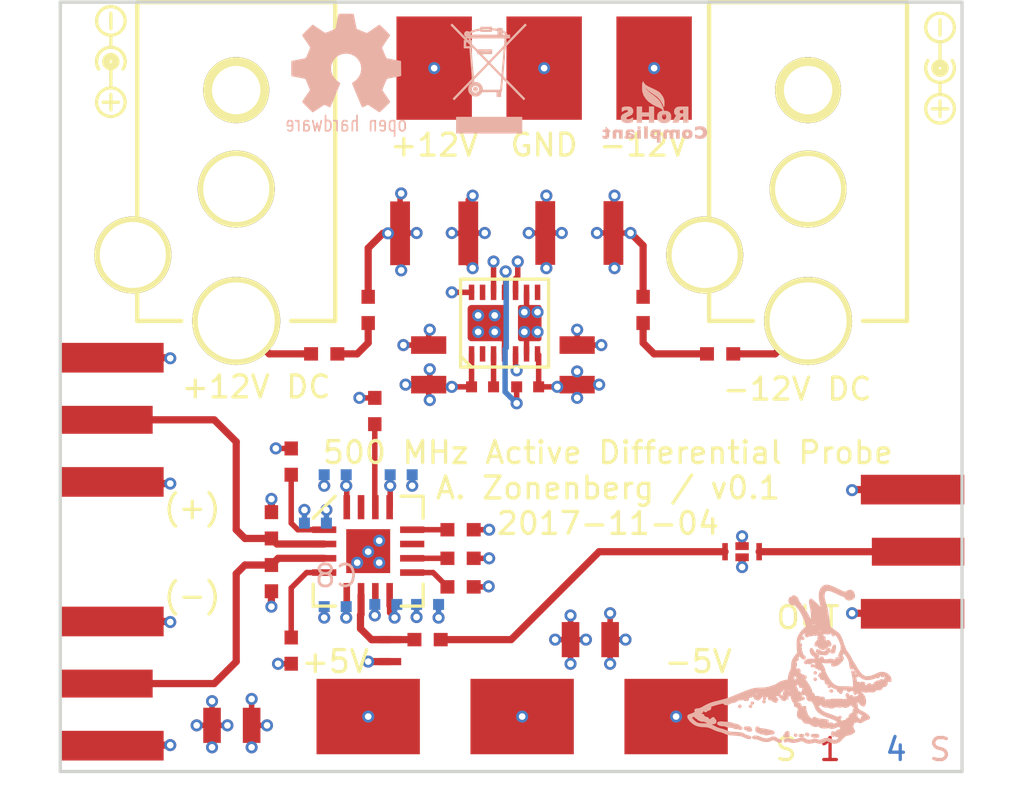
<source format=kicad_pcb>
(kicad_pcb (version 20170922) (host pcbnew "(2017-11-03 revision 9932ff32a)-master")
  (layers (0 F.Cu signal) (1 In1.Cu signal) (2 In2.Cu signal) (31 B.Cu signal) (34 B.Paste user) (35 F.Paste user) (36 B.SilkS user) (37 F.SilkS user) (38 B.Mask user) (39 F.Mask user) (44 Edge.Cuts user))
  (net 0 "")
  (net 1 /5V0_N)
  (net 2 /5V0_P)
  (net 3 /12V0_N)
  (net 4 /12V0_P)
  (net 5 /GND)
  (net 6 /OUT)
  (net 7 /12V0_P_UNFUSED)
  (net 8 "Net-(F1-Pad2)")
  (net 9 "Net-(F2-Pad2)")
  (net 10 /12V0_N_UNFUSED)
  (net 11 /OUT_TERM)
  (net 12 "Net-(R8-Pad2)")
  (net 13 "Net-(R4-Pad2)")
  (net 14 "Net-(R3-Pad2)")
  (net 15 /VIN_N)
  (net 16 /VIN_P)
  (net 17 "Net-(R6-Pad2)")
  (net 18 "Net-(R5-Pad2)")
  (net 19 "Net-(R7-Pad2)")
  (net 20 "Net-(C13-Pad1)")
  (net 21 "Net-(C14-Pad1)")
  (net 22 /OUT_ATTEN)
  (net 23 "Net-(U2-Pad11)")
  (net 24 "Net-(U2-Pad15)")
  (net 25 "Net-(U1-Pad2)")
  (net 26 "Net-(U1-Pad8)")
  (module azonenberg_pcb:LONGTHING-1200DPI (layer B.Cu) (at 159.6 73.5 180)
    (fp_text reference G*** hide)
    (fp_text value LOGO hide)
  )
  (module w_logo:Logo_silk_OSHW_6x6mm (layer B.Cu) (at 140 45.768794 180)
    (fp_text reference G*** hide)
    (fp_text value LOGO hide)
  )
  (module w_logo:Logo_silk_WEEE_3.4x5mm (layer B.Cu) (at 146.5 46.5 180)
    (fp_text reference G*** hide)
    (fp_text value LOGO hide)
  )
  (module w_logo:Logo_silk_ROHS_5x2.8mm (layer B.Cu) (at 154 48 180)
    (fp_text reference G*** hide)
    (fp_text value LOGO hide)
  )
  (module w_logo:Logo_silk_polarity_external_5x1.4mm (layer F.Cu) (at 167 46 90)
    (fp_text reference G*** hide)
    (fp_text value LOGO hide)
  )
  (module w_logo:Logo_silk_polarity_center_5x1.4mm (layer F.Cu) (at 129.3 45.7 270)
    (fp_text reference G*** hide)
    (fp_text value LOGO hide)
  )
  (module azonenberg_pcb:ATC_AT_0603 (layer F.Cu) (at 158 68)
    (fp_text reference R10 hide)
    (fp_text value AT0603T06ECATD hide)
    (pad 1 smd rect (at -0.775 0) (size 0.254 0.787) (layers F.Cu F.Paste F.Mask) (net 11 /OUT_TERM))
    (pad 2 smd rect (at 0.775 0) (size 0.254 0.787) (layers F.Cu F.Paste F.Mask) (net 22 /OUT_ATTEN))
    (pad 3 smd rect (at 0 0.254) (size 0.61 0.355) (layers F.Cu F.Paste F.Mask) (net 5 /GND))
    (pad 3 smd rect (at 0 -0.254) (size 0.61 0.355) (layers F.Cu F.Paste F.Mask) (net 5 /GND))
  )
  (module azonenberg_pcb:DFN_14_0.5MM_4x3MM_DUALPAD_LTC_DE14MA (layer F.Cu) (at 147.2 57.6)
    (fp_text reference U1 hide)
    (fp_text value LT3032IDE-5#PBF)
    (pad 1 smd rect (at -1.5 1.4) (size 0.25 0.7) (layers F.Cu F.Paste F.Mask) (net 2 /5V0_P))
    (pad 2 smd rect (at -1 1.4) (size 0.25 0.7) (layers F.Cu F.Paste F.Mask) (net 25 "Net-(U1-Pad2)"))
    (pad 3 smd rect (at -0.5 1.4) (size 0.25 0.7) (layers F.Cu F.Paste F.Mask) (net 21 "Net-(C14-Pad1)"))
    (pad 4 smd rect (at 0 1.4) (size 0.25 0.7) (layers F.Cu F.Paste F.Mask) (net 5 /GND))
    (pad 5 smd rect (at 0.5 1.4) (size 0.25 0.7) (layers F.Cu F.Paste F.Mask) (net 5 /GND))
    (pad 6 smd rect (at 1 1.4) (size 0.25 0.7) (layers F.Cu F.Paste F.Mask) (net 3 /12V0_N))
    (pad 7 smd rect (at 1.5 1.4) (size 0.25 0.7) (layers F.Cu F.Paste F.Mask) (net 1 /5V0_N))
    (pad 14 smd rect (at -1.5 -1.4) (size 0.25 0.7) (layers F.Cu F.Paste F.Mask) (net 4 /12V0_P))
    (pad 9 smd rect (at 1 -1.4) (size 0.25 0.7) (layers F.Cu F.Paste F.Mask) (net 3 /12V0_N))
    (pad 8 smd rect (at 1.5 -1.4) (size 0.25 0.7) (layers F.Cu F.Paste F.Mask) (net 26 "Net-(U1-Pad8)"))
    (pad 13 smd rect (at -1 -1.4) (size 0.25 0.7) (layers F.Cu F.Paste F.Mask))
    (pad 12 smd rect (at -0.5 -1.4) (size 0.25 0.7) (layers F.Cu F.Paste F.Mask) (net 4 /12V0_P))
    (pad 11 smd rect (at 0 -1.4) (size 0.25 0.7) (layers F.Cu F.Paste F.Mask) (net 20 "Net-(C13-Pad1)"))
    (pad 10 smd rect (at 0.5 -1.4) (size 0.25 0.7) (layers F.Cu F.Paste F.Mask) (net 4 /12V0_P))
    (pad PADT smd roundrect (at -0.79 0) (size 1.78 1.65) (layers F.Cu F.Paste F.Mask) (roundrect_rratio 0.1) (net 5 /GND))
    (pad PADB smd roundrect (at 1.145 0) (size 1.07 1.65) (layers F.Cu F.Paste F.Mask) (roundrect_rratio 0.1) (net 3 /12V0_N))
  )
  (module azonenberg_pcb:QFN_16_0.65MM_4x4MM (layer F.Cu) (at 141 67.975)
    (fp_text reference U2 hide)
    (fp_text value THS3217)
    (pad 6 smd rect (at -0.325 2) (size 0.3 1.1) (layers F.Cu F.Paste F.Mask) (net 6 /OUT))
    (pad 5 smd rect (at -0.975 2) (size 0.3 1.1) (layers F.Cu F.Paste F.Mask) (net 1 /5V0_N))
    (pad 7 smd rect (at 0.325 2) (size 0.3 1.1) (layers F.Cu F.Paste F.Mask) (net 5 /GND))
    (pad 8 smd rect (at 0.975 2) (size 0.3 1.1) (layers F.Cu F.Paste F.Mask) (net 1 /5V0_N))
    (pad 10 smd rect (at 2 0.325 90) (size 0.3 1.1) (layers F.Cu F.Paste F.Mask) (net 12 "Net-(R8-Pad2)"))
    (pad 11 smd rect (at 2 -0.325 90) (size 0.3 1.1) (layers F.Cu F.Paste F.Mask) (net 23 "Net-(U2-Pad11)"))
    (pad 9 smd rect (at 2 0.975 90) (size 0.3 1.1) (layers F.Cu F.Paste F.Mask) (net 13 "Net-(R4-Pad2)"))
    (pad 12 smd rect (at 2 -0.975 90) (size 0.3 1.1) (layers F.Cu F.Paste F.Mask) (net 18 "Net-(R5-Pad2)"))
    (pad 15 smd rect (at -0.325 -2) (size 0.3 1.1) (layers F.Cu F.Paste F.Mask) (net 24 "Net-(U2-Pad15)"))
    (pad 14 smd rect (at 0.325 -2) (size 0.3 1.1) (layers F.Cu F.Paste F.Mask) (net 17 "Net-(R6-Pad2)"))
    (pad 16 smd rect (at -0.975 -2) (size 0.3 1.1) (layers F.Cu F.Paste F.Mask) (net 2 /5V0_P))
    (pad 13 smd rect (at 0.975 -2) (size 0.3 1.1) (layers F.Cu F.Paste F.Mask) (net 2 /5V0_P))
    (pad 1 smd rect (at -2 -0.975 90) (size 0.3 1.1) (layers F.Cu F.Paste F.Mask) (net 14 "Net-(R3-Pad2)"))
    (pad 2 smd rect (at -2 -0.325 90) (size 0.3 1.1) (layers F.Cu F.Paste F.Mask) (net 16 /VIN_P))
    (pad 3 smd rect (at -2 0.325 90) (size 0.3 1.1) (layers F.Cu F.Paste F.Mask) (net 15 /VIN_N))
    (pad 4 smd rect (at -2 0.975 90) (size 0.3 1.1) (layers F.Cu F.Paste F.Mask) (net 19 "Net-(R7-Pad2)"))
    (pad PAD smd rect (at 0 0) (size 2 2) (layers F.Cu F.Paste F.Mask) (net 5 /GND))
  )
  (module azonenberg_pcb:CONN_CUI_PJ-058BH_HIPWR_BARREL_NOSLOT (layer F.Cu) (at 135 51 270)
    (fp_text reference K1 hide)
    (fp_text value "CUI PJ-058BH" hide)
    (pad 3 thru_hole circle (at 3.5 4.7 270) (size 3.5 3.5) (drill 3) (layers *.Cu *.Mask F.SilkS) (net 5 /GND))
    (pad 1 thru_hole circle (at 6.5 0 270) (size 4 4) (drill 3.5) (layers *.Cu *.Mask F.SilkS) (net 7 /12V0_P_UNFUSED))
    (pad 2 thru_hole circle (at 0.5 0 270) (size 3.5 3.5) (drill 3) (layers *.Cu *.Mask F.SilkS) (net 5 /GND))
    (pad "" thru_hole circle (at -4 0 270) (size 3 3) (drill 2.2) (layers *.Cu *.Mask F.SilkS))
  )
  (module azonenberg_pcb:CONN_CUI_PJ-058BH_HIPWR_BARREL_NOSLOT (layer F.Cu) (at 161 51 270)
    (fp_text reference K2 hide)
    (fp_text value "CUI PJ-058BH" hide)
    (pad "" thru_hole circle (at -4 0 270) (size 3 3) (drill 2.2) (layers *.Cu *.Mask F.SilkS))
    (pad 2 thru_hole circle (at 0.5 0 270) (size 3.5 3.5) (drill 3) (layers *.Cu *.Mask F.SilkS) (net 5 /GND))
    (pad 1 thru_hole circle (at 6.5 0 270) (size 4 4) (drill 3.5) (layers *.Cu *.Mask F.SilkS) (net 10 /12V0_N_UNFUSED))
    (pad 3 thru_hole circle (at 3.5 4.7 270) (size 3.5 3.5) (drill 3) (layers *.Cu *.Mask F.SilkS) (net 5 /GND))
  )
  (module azonenberg_pcb:CONN_SMA_EDGE_SAMTEC_SMA_J_P_H_ST_EM1 (layer F.Cu) (at 127 62 270)
    (fp_text reference P1 hide)
    (fp_text value SMA)
    (pad 1 smd rect (at 0 -2.1 270) (size 1.27 4.2) (layers F.Cu F.Paste F.Mask) (net 16 /VIN_P))
    (pad 2 smd rect (at 2.825 -2.35 270) (size 1.35 4.7) (layers F.Cu F.Paste F.Mask) (net 5 /GND))
    (pad 2 smd rect (at -2.825 -2.35 270) (size 1.35 4.7) (layers F.Cu F.Paste F.Mask) (net 5 /GND))
  )
  (module azonenberg_pcb:CONN_SMA_EDGE_SAMTEC_SMA_J_P_H_ST_EM1 (layer F.Cu) (at 168.1 68 90)
    (fp_text reference P11 hide)
    (fp_text value SMA)
    (pad 2 smd rect (at -2.825 -2.35 90) (size 1.35 4.7) (layers F.Cu F.Paste F.Mask) (net 5 /GND))
    (pad 2 smd rect (at 2.825 -2.35 90) (size 1.35 4.7) (layers F.Cu F.Paste F.Mask) (net 5 /GND))
    (pad 1 smd rect (at 0 -2.1 90) (size 1.27 4.2) (layers F.Cu F.Paste F.Mask) (net 22 /OUT_ATTEN))
  )
  (module azonenberg_pcb:CONN_SMA_EDGE_SAMTEC_SMA_J_P_H_ST_EM1 (layer F.Cu) (at 127 74 270)
    (fp_text reference P2 hide)
    (fp_text value SMA)
    (pad 1 smd rect (at 0 -2.1 270) (size 1.27 4.2) (layers F.Cu F.Paste F.Mask) (net 15 /VIN_N))
    (pad 2 smd rect (at 2.825 -2.35 270) (size 1.35 4.7) (layers F.Cu F.Paste F.Mask) (net 5 /GND))
    (pad 2 smd rect (at -2.825 -2.35 270) (size 1.35 4.7) (layers F.Cu F.Paste F.Mask) (net 5 /GND))
  )
  (module azonenberg_pcb:EIA_0402_CAP_NOSILK (layer F.Cu) (at 146.2 60.5 180)
    (fp_text reference C14 hide)
    (fp_text value "0.01 uF" hide)
    (pad 2 smd rect (at 0.5 0 180) (size 0.5 0.5) (layers F.Cu F.Paste F.Mask) (net 2 /5V0_P))
    (pad 1 smd rect (at -0.5 0 180) (size 0.5 0.5) (layers F.Cu F.Paste F.Mask) (net 21 "Net-(C14-Pad1)"))
  )
  (module azonenberg_pcb:EIA_0402_CAP_NOSILK (layer F.Cu) (at 148.25 60.5)
    (fp_text reference C13 hide)
    (fp_text value "0.01 uF" hide)
    (pad 1 smd rect (at -0.5 0) (size 0.5 0.5) (layers F.Cu F.Paste F.Mask) (net 20 "Net-(C13-Pad1)"))
    (pad 2 smd rect (at 0.5 0) (size 0.5 0.5) (layers F.Cu F.Paste F.Mask) (net 1 /5V0_N))
  )
  (module azonenberg_pcb:EIA_0402_CAP_NOSILK (layer B.Cu) (at 139.5 70.5)
    (fp_text reference C8 (at 0.05 -1.4) (layer B.SilkS) (effects (font (thickness 0.125)) (justify mirror)))
    (fp_text value "0.47 uF" hide)
    (pad 2 smd rect (at 0.5 0) (size 0.5 0.5) (layers B.Cu B.Paste B.Mask) (net 1 /5V0_N))
    (pad 1 smd rect (at -0.5 0) (size 0.5 0.5) (layers B.Cu B.Paste B.Mask) (net 5 /GND))
  )
  (module azonenberg_pcb:EIA_0402_CAP_NOSILK (layer B.Cu) (at 138.6 66.7)
    (fp_text reference C7 hide)
    (fp_text value "0.47 uF" hide)
    (pad 1 smd rect (at -0.5 0) (size 0.5 0.5) (layers B.Cu B.Paste B.Mask) (net 2 /5V0_P))
    (pad 2 smd rect (at 0.5 0) (size 0.5 0.5) (layers B.Cu B.Paste B.Mask) (net 5 /GND))
  )
  (module azonenberg_pcb:EIA_0402_CAP_NOSILK (layer B.Cu) (at 139.5 64.5 180)
    (fp_text reference C5 hide)
    (fp_text value "0.01 uF" hide)
    (pad 2 smd rect (at 0.5 0 180) (size 0.5 0.5) (layers B.Cu B.Paste B.Mask) (net 5 /GND))
    (pad 1 smd rect (at -0.5 0 180) (size 0.5 0.5) (layers B.Cu B.Paste B.Mask) (net 2 /5V0_P))
  )
  (module azonenberg_pcb:EIA_0402_CAP_NOSILK (layer B.Cu) (at 143.7 70.4)
    (fp_text reference C4 hide)
    (fp_text value "0.47 uF" hide)
    (pad 1 smd rect (at -0.5 0) (size 0.5 0.5) (layers B.Cu B.Paste B.Mask) (net 5 /GND))
    (pad 2 smd rect (at 0.5 0) (size 0.5 0.5) (layers B.Cu B.Paste B.Mask) (net 1 /5V0_N))
  )
  (module azonenberg_pcb:EIA_0402_CAP_NOSILK (layer B.Cu) (at 142.5 64.5)
    (fp_text reference C3 hide)
    (fp_text value "0.47 uF" hide)
    (pad 2 smd rect (at 0.5 0) (size 0.5 0.5) (layers B.Cu B.Paste B.Mask) (net 5 /GND))
    (pad 1 smd rect (at -0.5 0) (size 0.5 0.5) (layers B.Cu B.Paste B.Mask) (net 2 /5V0_P))
  )
  (module azonenberg_pcb:EIA_0402_CAP_NOSILK (layer B.Cu) (at 141.8 70.4)
    (fp_text reference C6 hide)
    (fp_text value "0.01 uF" hide)
    (pad 1 smd rect (at -0.5 0) (size 0.5 0.5) (layers B.Cu B.Paste B.Mask) (net 5 /GND))
    (pad 2 smd rect (at 0.5 0) (size 0.5 0.5) (layers B.Cu B.Paste B.Mask) (net 1 /5V0_N))
  )
  (module azonenberg_pcb:EIA_0402_RES_NOSILK (layer F.Cu) (at 137.5 72.5 90)
    (fp_text reference R7 hide)
    (fp_text value 0 hide)
    (pad 1 smd rect (at -0.597 0 90) (size 0.635 0.61) (layers F.Cu F.Paste F.Mask) (net 2 /5V0_P))
    (pad 2 smd rect (at 0.597 0 90) (size 0.635 0.61) (layers F.Cu F.Paste F.Mask) (net 19 "Net-(R7-Pad2)"))
  )
  (module azonenberg_pcb:EIA_0402_RES_NOSILK (layer F.Cu) (at 145.2 67 180)
    (fp_text reference R5 hide)
    (fp_text value DNP hide)
    (pad 2 smd rect (at 0.597 0 180) (size 0.635 0.61) (layers F.Cu F.Paste F.Mask) (net 18 "Net-(R5-Pad2)"))
    (pad 1 smd rect (at -0.597 0 180) (size 0.635 0.61) (layers F.Cu F.Paste F.Mask) (net 5 /GND))
  )
  (module azonenberg_pcb:EIA_0402_RES_NOSILK (layer F.Cu) (at 141.3 61.6 270)
    (fp_text reference R6 hide)
    (fp_text value DNP hide)
    (pad 1 smd rect (at -0.597 0 270) (size 0.635 0.61) (layers F.Cu F.Paste F.Mask) (net 5 /GND))
    (pad 2 smd rect (at 0.597 0 270) (size 0.635 0.61) (layers F.Cu F.Paste F.Mask) (net 17 "Net-(R6-Pad2)"))
  )
  (module azonenberg_pcb:EIA_0402_RES_NOSILK (layer F.Cu) (at 136.6 66.8 90)
    (fp_text reference R1 hide)
    (fp_text value 49.9 hide)
    (pad 2 smd rect (at 0.597 0 90) (size 0.635 0.61) (layers F.Cu F.Paste F.Mask) (net 5 /GND))
    (pad 1 smd rect (at -0.597 0 90) (size 0.635 0.61) (layers F.Cu F.Paste F.Mask) (net 16 /VIN_P))
  )
  (module azonenberg_pcb:EIA_0402_RES_NOSILK (layer F.Cu) (at 136.6 69.203 90)
    (fp_text reference R2 hide)
    (fp_text value 49.9 hide)
    (pad 1 smd rect (at -0.597 0 90) (size 0.635 0.61) (layers F.Cu F.Paste F.Mask) (net 5 /GND))
    (pad 2 smd rect (at 0.597 0 90) (size 0.635 0.61) (layers F.Cu F.Paste F.Mask) (net 15 /VIN_N))
  )
  (module azonenberg_pcb:EIA_0402_RES_NOSILK (layer F.Cu) (at 137.5 63.9 270)
    (fp_text reference R3 hide)
    (fp_text value DNP hide)
    (pad 2 smd rect (at 0.597 0 270) (size 0.635 0.61) (layers F.Cu F.Paste F.Mask) (net 14 "Net-(R3-Pad2)"))
    (pad 1 smd rect (at -0.597 0 270) (size 0.635 0.61) (layers F.Cu F.Paste F.Mask) (net 5 /GND))
  )
  (module azonenberg_pcb:EIA_0402_RES_NOSILK (layer F.Cu) (at 145.2 69.6 180)
    (fp_text reference R4 hide)
    (fp_text value DNP hide)
    (pad 1 smd rect (at -0.597 0 180) (size 0.635 0.61) (layers F.Cu F.Paste F.Mask) (net 5 /GND))
    (pad 2 smd rect (at 0.597 0 180) (size 0.635 0.61) (layers F.Cu F.Paste F.Mask) (net 13 "Net-(R4-Pad2)"))
  )
  (module azonenberg_pcb:EIA_0402_RES_NOSILK (layer F.Cu) (at 153.5 57 270)
    (fp_text reference L2 hide)
    (fp_text value BLM15PX471SN1D hide)
    (pad 2 smd rect (at 0.597 0 270) (size 0.635 0.61) (layers F.Cu F.Paste F.Mask) (net 9 "Net-(F2-Pad2)"))
    (pad 1 smd rect (at -0.597 0 270) (size 0.635 0.61) (layers F.Cu F.Paste F.Mask) (net 3 /12V0_N))
  )
  (module azonenberg_pcb:EIA_0402_RES_NOSILK (layer F.Cu) (at 141 57 270)
    (fp_text reference L1 hide)
    (fp_text value BLM15PX471SN1D hide)
    (pad 1 smd rect (at -0.597 0 270) (size 0.635 0.61) (layers F.Cu F.Paste F.Mask) (net 4 /12V0_P))
    (pad 2 smd rect (at 0.597 0 270) (size 0.635 0.61) (layers F.Cu F.Paste F.Mask) (net 8 "Net-(F1-Pad2)"))
  )
  (module azonenberg_pcb:EIA_0402_RES_NOSILK (layer F.Cu) (at 145.2 68.3 180)
    (fp_text reference R8 hide)
    (fp_text value 0 hide)
    (pad 2 smd rect (at 0.597 0 180) (size 0.635 0.61) (layers F.Cu F.Paste F.Mask) (net 12 "Net-(R8-Pad2)"))
    (pad 1 smd rect (at -0.597 0 180) (size 0.635 0.61) (layers F.Cu F.Paste F.Mask) (net 2 /5V0_P))
  )
  (module azonenberg_pcb:EIA_0402_RES_NOSILK (layer F.Cu) (at 143.7 72 180)
    (fp_text reference R9 hide)
    (fp_text value 49.9 hide)
    (pad 1 smd rect (at -0.597 0 180) (size 0.635 0.61) (layers F.Cu F.Paste F.Mask) (net 11 /OUT_TERM))
    (pad 2 smd rect (at 0.597 0 180) (size 0.635 0.61) (layers F.Cu F.Paste F.Mask) (net 6 /OUT))
  )
  (module azonenberg_pcb:EIA_0402_RES_NOSILK (layer F.Cu) (at 157 59 180)
    (fp_text reference F2 hide)
    (fp_text value "250 mA" hide)
    (pad 2 smd rect (at 0.597 0 180) (size 0.635 0.61) (layers F.Cu F.Paste F.Mask) (net 9 "Net-(F2-Pad2)"))
    (pad 1 smd rect (at -0.597 0 180) (size 0.635 0.61) (layers F.Cu F.Paste F.Mask) (net 10 /12V0_N_UNFUSED))
  )
  (module azonenberg_pcb:EIA_0402_RES_NOSILK (layer F.Cu) (at 139 59)
    (fp_text reference F1 hide)
    (fp_text value "250 mA" hide)
    (pad 1 smd rect (at -0.597 0) (size 0.635 0.61) (layers F.Cu F.Paste F.Mask) (net 7 /12V0_P_UNFUSED))
    (pad 2 smd rect (at 0.597 0) (size 0.635 0.61) (layers F.Cu F.Paste F.Mask) (net 8 "Net-(F1-Pad2)"))
  )
  (module azonenberg_pcb:EIA_0805_CAP_NOSILK (layer F.Cu) (at 151.1 72)
    (fp_text reference C2 hide)
    (fp_text value "4.7 uF 10V" hide)
    (pad 2 smd rect (at 0.9 0) (size 0.8 1.6) (layers F.Cu F.Paste F.Mask) (net 1 /5V0_N))
    (pad 1 smd rect (at -0.9 0) (size 0.8 1.6) (layers F.Cu F.Paste F.Mask) (net 5 /GND))
  )
  (module azonenberg_pcb:EIA_0805_CAP_NOSILK (layer F.Cu) (at 150.5 59.5 90)
    (fp_text reference C12 hide)
    (fp_text value "4.7 uF 10V" hide)
    (pad 1 smd rect (at -0.9 0 90) (size 0.8 1.6) (layers F.Cu F.Paste F.Mask) (net 1 /5V0_N))
    (pad 2 smd rect (at 0.9 0 90) (size 0.8 1.6) (layers F.Cu F.Paste F.Mask) (net 5 /GND))
  )
  (module azonenberg_pcb:EIA_0805_CAP_NOSILK (layer F.Cu) (at 134.8 75.9 180)
    (fp_text reference C1 hide)
    (fp_text value "4.7 uF 10V" hide)
    (pad 2 smd rect (at 0.9 0 180) (size 0.8 1.6) (layers F.Cu F.Paste F.Mask) (net 5 /GND))
    (pad 1 smd rect (at -0.9 0 180) (size 0.8 1.6) (layers F.Cu F.Paste F.Mask) (net 2 /5V0_P))
  )
  (module azonenberg_pcb:EIA_0805_CAP_NOSILK (layer F.Cu) (at 143.75 59.5 270)
    (fp_text reference C11 hide)
    (fp_text value "4.7 uF 10V" hide)
    (pad 1 smd rect (at -0.9 0 270) (size 0.8 1.6) (layers F.Cu F.Paste F.Mask) (net 5 /GND))
    (pad 2 smd rect (at 0.9 0 270) (size 0.8 1.6) (layers F.Cu F.Paste F.Mask) (net 2 /5V0_P))
  )
  (module azonenberg_pcb:EIA_1210_CAP_NOSILK (layer F.Cu) (at 150.6 53.514931 180)
    (fp_text reference C10 hide)
    (fp_text value "10 uF 25V" hide)
    (pad 2 smd rect (at 1.55 0.01493 180) (size 0.9 2.9) (layers F.Cu F.Paste F.Mask) (net 5 /GND))
    (pad 1 smd rect (at -1.55 0.01493 180) (size 0.9 2.9) (layers F.Cu F.Paste F.Mask) (net 3 /12V0_N))
  )
  (module azonenberg_pcb:EIA_1210_CAP_NOSILK (layer F.Cu) (at 144 53.5)
    (fp_text reference C9 hide)
    (fp_text value "10 uF 25V" hide)
    (pad 1 smd rect (at -1.55 0.01493) (size 0.9 2.9) (layers F.Cu F.Paste F.Mask) (net 4 /12V0_P))
    (pad 2 smd rect (at 1.55 0.01493) (size 0.9 2.9) (layers F.Cu F.Paste F.Mask) (net 5 /GND))
  )
  (module azonenberg_pcb:TESTPOINT_BARETRACE_328UM (layer F.Cu) (at 142 73 90)
    (fp_text reference P4 hide)
    (fp_text value TESTPOINT)
    (pad 1 smd rect (at 0 0 90) (size 0.328 1) (layers F.Cu F.Mask) (net 5 /GND))
  )
  (module azonenberg_pcb:TESTPOINT_BARETRACE_328UM (layer F.Cu) (at 142 72 90)
    (fp_text reference P3 hide)
    (fp_text value TESTPOINT)
    (pad 1 smd rect (at 0 0 90) (size 0.328 1) (layers F.Cu F.Mask) (net 6 /OUT))
  )
  (module azonenberg_pcb:TESTPOINT_SMT_KEYSTONE_5016 (layer F.Cu) (at 148 75.5)
    (fp_text reference P7 hide)
    (fp_text value TESTCLIP hide)
    (pad 1 smd rect (at 0 0) (size 4.7 3.43) (layers F.Cu F.Paste F.Mask) (net 5 /GND))
  )
  (module azonenberg_pcb:TESTPOINT_SMT_KEYSTONE_5016 (layer F.Cu) (at 149 46 90)
    (fp_text reference P10 hide)
    (fp_text value TESTCLIP hide)
    (pad 1 smd rect (at 0 0 90) (size 4.7 3.43) (layers F.Cu F.Paste F.Mask) (net 5 /GND))
  )
  (module azonenberg_pcb:TESTPOINT_SMT_KEYSTONE_5016 (layer F.Cu) (at 144 46 270)
    (fp_text reference P8 hide)
    (fp_text value TESTCLIP hide)
    (pad 1 smd rect (at 0 0 270) (size 4.7 3.43) (layers F.Cu F.Paste F.Mask) (net 4 /12V0_P))
  )
  (module azonenberg_pcb:TESTPOINT_SMT_KEYSTONE_5016 (layer F.Cu) (at 154 46 270)
    (fp_text reference P9 hide)
    (fp_text value TESTCLIP hide)
    (pad 1 smd rect (at 0 0 270) (size 4.7 3.43) (layers F.Cu F.Paste F.Mask) (net 3 /12V0_N))
  )
  (module azonenberg_pcb:TESTPOINT_SMT_KEYSTONE_5016 (layer F.Cu) (at 141 75.5 180)
    (fp_text reference P5 hide)
    (fp_text value TESTCLIP hide)
    (pad 1 smd rect (at 0 0 180) (size 4.7 3.43) (layers F.Cu F.Paste F.Mask) (net 2 /5V0_P))
  )
  (module azonenberg_pcb:TESTPOINT_SMT_KEYSTONE_5016 (layer F.Cu) (at 155 75.5 180)
    (fp_text reference P6 hide)
    (fp_text value TESTCLIP hide)
    (pad 1 smd rect (at 0 0 180) (size 4.7 3.43) (layers F.Cu F.Paste F.Mask) (net 1 /5V0_N))
  )
  (gr_text S (at 167 77) (layer B.SilkS) (effects (font (size 1 1))))
  (gr_text 4 (at 165 77) (layer B.Cu) (effects (font (size 1 1))))
  (gr_text 1 (at 162 77) (layer F.Cu) (effects (font (size 1 1))))
  (gr_text S (at 160 77) (layer F.SilkS) (effects (font (size 1 1))))
  (gr_text GND (at 149 49.5) (layer F.SilkS) (effects (font (size 1 1))))
  (gr_text +12V (at 144 49.5) (layer F.SilkS) (effects (font (size 1 1))))
  (gr_text -12V (at 153.5 49.5) (layer F.SilkS) (effects (font (size 1 1))))
  (gr_text +5V (at 139.5 73) (layer F.SilkS) (effects (font (size 1 1))))
  (gr_text -5V (at 156 73) (layer F.SilkS) (effects (font (size 1 1))))
  (gr_text OUT (at 161 71) (layer F.SilkS) (effects (font (size 1 1))))
  (gr_text "(-)" (at 133 70) (layer F.SilkS) (effects (font (size 1 1))))
  (gr_text "(+)" (at 133 66) (layer F.SilkS) (effects (font (size 1 1))))
  (gr_line (start 127 43) (end 127 43) (layer Edge.Cuts) (width 0.15))
  (gr_line (start 168 43) (end 127 43) (layer Edge.Cuts) (width 0.15))
  (gr_line (start 168 78) (end 168 43) (layer Edge.Cuts) (width 0.15))
  (gr_line (start 127 78) (end 168 78) (layer Edge.Cuts) (width 0.15))
  (gr_line (start 127 43) (end 127 78) (layer Edge.Cuts) (width 0.15))
  (gr_text "-12V DC" (at 160.5 60.6) (layer F.SilkS) (effects (font (size 1 1))))
  (gr_text "+12V DC" (at 135.9 60.5) (layer F.SilkS) (effects (font (size 1 1))))
  (gr_text "500 MHz Active Differential Probe\nA. Zonenberg / v0.1\n2017-11-04" (at 151.9 65.1) (layer F.SilkS) (effects (font (size 1 1))))
  (segment (start 152 72) (end 152 73.1) (width 0.25) (layer F.Cu) (net 1))
  (via (at 152 73.1) (size 0.55) (drill 0.3) (layers F.Cu B.Cu) (net 1))
  (segment (start 152 72) (end 152.7 72) (width 0.25) (layer F.Cu) (net 1))
  (via (at 152.7 72) (size 0.55) (drill 0.3) (layers F.Cu B.Cu) (net 1))
  (segment (start 152 72) (end 152 70.8) (width 0.25) (layer F.Cu) (net 1))
  (via (at 152 70.8) (size 0.55) (drill 0.3) (layers F.Cu B.Cu) (net 1))
  (segment (start 144.2 70.4) (end 144.2 71) (width 0.25) (layer B.Cu) (net 1))
  (via (at 144.2 71) (size 0.55) (drill 0.3) (layers F.Cu B.Cu) (net 1))
  (segment (start 140 70.5) (end 140 71) (width 0.25) (layer B.Cu) (net 1))
  (segment (start 142.2 71) (end 142.2 70.5) (width 0.25) (layer B.Cu) (net 1))
  (segment (start 142.2 70.5) (end 142.3 70.4) (width 0.25) (layer B.Cu) (net 1))
  (via (at 155 75.5) (size 0.55) (drill 0.3) (layers F.Cu B.Cu) (net 1))
  (segment (start 140.025 69.975) (end 140.025 70.975) (width 0.25) (layer F.Cu) (net 1))
  (segment (start 140.025 70.975) (end 140 71) (width 0.25) (layer F.Cu) (net 1))
  (via (at 140 71) (size 0.55) (drill 0.3) (layers F.Cu B.Cu) (net 1))
  (segment (start 141.975 69.975) (end 141.975 70.775) (width 0.25) (layer F.Cu) (net 1))
  (segment (start 141.975 70.775) (end 142.2 71) (width 0.25) (layer F.Cu) (net 1))
  (via (at 142.2 71) (size 0.55) (drill 0.3) (layers F.Cu B.Cu) (net 1))
  (segment (start 151.5 60.4) (end 150.5 60.4) (width 0.25) (layer F.Cu) (net 1))
  (via (at 151.5 60.4) (size 0.55) (drill 0.3) (layers F.Cu B.Cu) (net 1))
  (segment (start 148.75 60.5) (end 149.6 60.5) (width 0.25) (layer F.Cu) (net 1))
  (segment (start 150.5 60.4) (end 149.7 60.4) (width 0.25) (layer F.Cu) (net 1))
  (segment (start 149.7 60.4) (end 149.6 60.5) (width 0.25) (layer F.Cu) (net 1))
  (via (at 149.6 60.5) (size 0.55) (drill 0.3) (layers F.Cu B.Cu) (net 1))
  (segment (start 150.5 61) (end 150.5 60.4) (width 0.25) (layer F.Cu) (net 1))
  (via (at 150.5 61) (size 0.55) (drill 0.3) (layers F.Cu B.Cu) (net 1))
  (segment (start 150.5 60.4) (end 150.5 59.8) (width 0.25) (layer F.Cu) (net 1))
  (via (at 150.5 59.8) (size 0.55) (drill 0.3) (layers F.Cu B.Cu) (net 1))
  (segment (start 148.75 60.5) (end 148.75 59.05) (width 0.25) (layer F.Cu) (net 1))
  (segment (start 148.75 59.05) (end 148.7 59) (width 0.25) (layer F.Cu) (net 1))
  (segment (start 135.7 75.9) (end 135.7 76.9) (width 0.25) (layer F.Cu) (net 2))
  (via (at 135.7 76.9) (size 0.55) (drill 0.3) (layers F.Cu B.Cu) (net 2))
  (segment (start 135.7 75.9) (end 136.4 75.9) (width 0.25) (layer F.Cu) (net 2))
  (via (at 136.4 75.9) (size 0.55) (drill 0.3) (layers F.Cu B.Cu) (net 2))
  (segment (start 135.7 75.9) (end 135.7 74.7) (width 0.25) (layer F.Cu) (net 2))
  (via (at 135.7 74.7) (size 0.55) (drill 0.3) (layers F.Cu B.Cu) (net 2))
  (segment (start 138.1 66.7) (end 138.1 66.1) (width 0.25) (layer B.Cu) (net 2))
  (via (at 138.1 66.1) (size 0.55) (drill 0.3) (layers F.Cu B.Cu) (net 2))
  (segment (start 142 64.5) (end 142 65) (width 0.25) (layer B.Cu) (net 2))
  (segment (start 140 64.5) (end 140 65) (width 0.25) (layer B.Cu) (net 2))
  (segment (start 145.797 68.3) (end 146.5 68.3) (width 0.25) (layer F.Cu) (net 2))
  (via (at 146.5 68.3) (size 0.55) (drill 0.3) (layers F.Cu B.Cu) (net 2))
  (segment (start 137.5 73.097) (end 136.903 73.097) (width 0.25) (layer F.Cu) (net 2))
  (segment (start 136.903 73.097) (end 136.9 73.1) (width 0.25) (layer F.Cu) (net 2))
  (via (at 136.9 73.1) (size 0.55) (drill 0.3) (layers F.Cu B.Cu) (net 2))
  (via (at 141 75.5) (size 0.55) (drill 0.3) (layers F.Cu B.Cu) (net 2))
  (segment (start 140.025 65.975) (end 140.025 65.025) (width 0.25) (layer F.Cu) (net 2))
  (segment (start 140.025 65.025) (end 140 65) (width 0.25) (layer F.Cu) (net 2))
  (via (at 140 65) (size 0.55) (drill 0.3) (layers F.Cu B.Cu) (net 2))
  (segment (start 142 65) (end 142 65.95) (width 0.25) (layer F.Cu) (net 2))
  (segment (start 142 65.95) (end 141.975 65.975) (width 0.25) (layer F.Cu) (net 2))
  (via (at 142 65) (size 0.55) (drill 0.3) (layers F.Cu B.Cu) (net 2))
  (segment (start 143.75 60.4) (end 143.75 61.05) (width 0.25) (layer F.Cu) (net 2))
  (segment (start 143.75 61.05) (end 143.8 61.1) (width 0.25) (layer F.Cu) (net 2))
  (via (at 143.8 61.1) (size 0.55) (drill 0.3) (layers F.Cu B.Cu) (net 2))
  (segment (start 143.8 59.7) (end 143.8 60.35) (width 0.25) (layer F.Cu) (net 2))
  (segment (start 143.8 60.35) (end 143.75 60.4) (width 0.25) (layer F.Cu) (net 2))
  (via (at 143.8 59.7) (size 0.55) (drill 0.3) (layers F.Cu B.Cu) (net 2))
  (segment (start 143.75 60.4) (end 142.7 60.4) (width 0.25) (layer F.Cu) (net 2))
  (via (at 142.7 60.4) (size 0.55) (drill 0.3) (layers F.Cu B.Cu) (net 2))
  (segment (start 144.9 60.5) (end 143.85 60.5) (width 0.25) (layer F.Cu) (net 2))
  (segment (start 145.7 60.5) (end 144.9 60.5) (width 0.25) (layer F.Cu) (net 2))
  (segment (start 144.9 60.5) (end 144.8 60.5) (width 0.25) (layer F.Cu) (net 2))
  (via (at 144.8 60.5) (size 0.55) (drill 0.3) (layers F.Cu B.Cu) (net 2))
  (segment (start 143.85 60.5) (end 143.75 60.4) (width 0.25) (layer F.Cu) (net 2))
  (segment (start 145.7 59) (end 145.7 60.5) (width 0.25) (layer F.Cu) (net 2))
  (segment (start 148.7 58) (end 148.7 57.955) (width 0.25) (layer F.Cu) (net 3))
  (segment (start 148.7 57.955) (end 148.345 57.6) (width 0.25) (layer F.Cu) (net 3))
  (via (at 148.7 58) (size 0.55) (drill 0.3) (layers F.Cu B.Cu) (net 3))
  (via (at 148.1 58) (size 0.55) (drill 0.3) (layers F.Cu B.Cu) (net 3))
  (segment (start 148.1 57.1) (end 148.1 57.355) (width 0.25) (layer F.Cu) (net 3))
  (segment (start 148.1 57.355) (end 148.345 57.6) (width 0.25) (layer F.Cu) (net 3))
  (via (at 148.1 57.1) (size 0.55) (drill 0.3) (layers F.Cu B.Cu) (net 3))
  (segment (start 148.7 57.1) (end 148.7 57.245) (width 0.25) (layer F.Cu) (net 3))
  (segment (start 148.7 57.245) (end 148.345 57.6) (width 0.25) (layer F.Cu) (net 3))
  (via (at 148.7 57.1) (size 0.55) (drill 0.3) (layers F.Cu B.Cu) (net 3))
  (segment (start 152.15 53.500001) (end 152.928 53.500001) (width 0.25) (layer F.Cu) (net 3))
  (via (at 152.928 53.500001) (size 0.55) (drill 0.3) (layers F.Cu B.Cu) (net 3))
  (segment (start 152.2 55.1) (end 152.2 53.550001) (width 0.25) (layer F.Cu) (net 3))
  (segment (start 152.2 53.550001) (end 152.15 53.500001) (width 0.25) (layer F.Cu) (net 3))
  (via (at 152.2 55.1) (size 0.55) (drill 0.3) (layers F.Cu B.Cu) (net 3))
  (segment (start 152.15 53.500001) (end 152.15 51.85) (width 0.25) (layer F.Cu) (net 3))
  (segment (start 152.15 51.85) (end 152.2 51.8) (width 0.25) (layer F.Cu) (net 3))
  (via (at 152.2 51.8) (size 0.55) (drill 0.3) (layers F.Cu B.Cu) (net 3))
  (segment (start 152.15 53.500001) (end 151.400001 53.500001) (width 0.25) (layer F.Cu) (net 3))
  (segment (start 151.400001 53.500001) (end 151.4 53.5) (width 0.25) (layer F.Cu) (net 3))
  (via (at 151.4 53.5) (size 0.55) (drill 0.3) (layers F.Cu B.Cu) (net 3))
  (via (at 154 46) (size 0.55) (drill 0.3) (layers F.Cu B.Cu) (net 3))
  (segment (start 153.5 56.403) (end 153.5 54.072001) (width 0.328) (layer F.Cu) (net 3))
  (segment (start 153.5 54.072001) (end 152.928 53.500001) (width 0.328) (layer F.Cu) (net 3))
  (segment (start 148.2 56.2) (end 148.2 57.455) (width 0.25) (layer F.Cu) (net 3))
  (segment (start 148.2 57.455) (end 148.345 57.6) (width 0.25) (layer F.Cu) (net 3))
  (segment (start 148.2 59) (end 148.2 57.745) (width 0.25) (layer F.Cu) (net 3))
  (segment (start 148.2 57.745) (end 148.345 57.6) (width 0.25) (layer F.Cu) (net 3))
  (segment (start 147.7 56.2) (end 147.7 55.577002) (width 0.25) (layer F.Cu) (net 4))
  (segment (start 147.7 55.577002) (end 147.8 55.477002) (width 0.25) (layer F.Cu) (net 4))
  (segment (start 147.8 55.477002) (end 147.8 54.8) (width 0.25) (layer F.Cu) (net 4))
  (via (at 147.8 54.8) (size 0.55) (drill 0.3) (layers F.Cu B.Cu) (net 4))
  (segment (start 146.7 54.8) (end 146.7 56.2) (width 0.25) (layer F.Cu) (net 4))
  (via (at 146.7 54.8) (size 0.55) (drill 0.3) (layers F.Cu B.Cu) (net 4))
  (segment (start 145.7 56.2) (end 144.8 56.2) (width 0.25) (layer F.Cu) (net 4))
  (via (at 144.8 56.2) (size 0.55) (drill 0.3) (layers F.Cu B.Cu) (net 4))
  (segment (start 141.672 53.51493) (end 141.9 53.51493) (width 0.328) (layer F.Cu) (net 4))
  (segment (start 141.9 53.51493) (end 142.45 53.51493) (width 0.328) (layer F.Cu) (net 4))
  (via (at 141.9 53.51493) (size 0.55) (drill 0.3) (layers F.Cu B.Cu) (net 4))
  (segment (start 142.5 55.2) (end 142.5 53.56493) (width 0.25) (layer F.Cu) (net 4))
  (segment (start 142.5 53.56493) (end 142.45 53.51493) (width 0.25) (layer F.Cu) (net 4))
  (via (at 142.5 55.2) (size 0.55) (drill 0.3) (layers F.Cu B.Cu) (net 4))
  (segment (start 142.45 53.51493) (end 142.45 51.75) (width 0.25) (layer F.Cu) (net 4))
  (segment (start 142.45 51.75) (end 142.5 51.7) (width 0.25) (layer F.Cu) (net 4))
  (via (at 142.5 51.7) (size 0.55) (drill 0.3) (layers F.Cu B.Cu) (net 4))
  (segment (start 143.2 53.5) (end 142.46493 53.5) (width 0.25) (layer F.Cu) (net 4))
  (segment (start 142.46493 53.5) (end 142.45 53.51493) (width 0.25) (layer F.Cu) (net 4))
  (via (at 143.2 53.5) (size 0.55) (drill 0.3) (layers F.Cu B.Cu) (net 4))
  (via (at 144 46) (size 0.55) (drill 0.3) (layers F.Cu B.Cu) (net 4))
  (segment (start 141 56.403) (end 141 54.18693) (width 0.328) (layer F.Cu) (net 4))
  (segment (start 141 54.18693) (end 141.672 53.51493) (width 0.328) (layer F.Cu) (net 4))
  (segment (start 150.2 72) (end 150.2 73.1) (width 0.25) (layer F.Cu) (net 5))
  (via (at 150.2 73.1) (size 0.55) (drill 0.3) (layers F.Cu B.Cu) (net 5))
  (segment (start 150.2 70.9) (end 150.2 72) (width 0.25) (layer F.Cu) (net 5))
  (via (at 150.2 70.9) (size 0.55) (drill 0.3) (layers F.Cu B.Cu) (net 5))
  (segment (start 150.2 72) (end 150.9 72) (width 0.25) (layer F.Cu) (net 5))
  (via (at 150.9 72) (size 0.55) (drill 0.3) (layers F.Cu B.Cu) (net 5))
  (segment (start 150.2 72) (end 149.5 72) (width 0.25) (layer F.Cu) (net 5))
  (via (at 149.5 72) (size 0.55) (drill 0.3) (layers F.Cu B.Cu) (net 5))
  (segment (start 133.9 75.9) (end 133.9 76.9) (width 0.25) (layer F.Cu) (net 5))
  (via (at 133.9 76.9) (size 0.55) (drill 0.3) (layers F.Cu B.Cu) (net 5))
  (segment (start 133.9 74.8) (end 133.9 75.9) (width 0.25) (layer F.Cu) (net 5))
  (via (at 133.9 74.8) (size 0.55) (drill 0.3) (layers F.Cu B.Cu) (net 5))
  (segment (start 133.9 75.9) (end 134.6 75.9) (width 0.25) (layer F.Cu) (net 5))
  (via (at 134.6 75.9) (size 0.55) (drill 0.3) (layers F.Cu B.Cu) (net 5))
  (segment (start 133.9 75.9) (end 133.2 75.9) (width 0.25) (layer F.Cu) (net 5))
  (via (at 133.2 75.9) (size 0.55) (drill 0.3) (layers F.Cu B.Cu) (net 5))
  (segment (start 139.1 66.7) (end 139.1 66.1) (width 0.25) (layer B.Cu) (net 5))
  (via (at 139.1 66.1) (size 0.55) (drill 0.3) (layers F.Cu B.Cu) (net 5))
  (segment (start 143 64.5) (end 143 65) (width 0.25) (layer B.Cu) (net 5))
  (via (at 143 65) (size 0.55) (drill 0.3) (layers F.Cu B.Cu) (net 5))
  (segment (start 143.2 70.4) (end 143.2 70.975) (width 0.25) (layer B.Cu) (net 5))
  (via (at 143.2 70.975) (size 0.55) (drill 0.3) (layers F.Cu B.Cu) (net 5))
  (segment (start 139 70.5) (end 139 71) (width 0.25) (layer B.Cu) (net 5))
  (via (at 139 71) (size 0.55) (drill 0.3) (layers F.Cu B.Cu) (net 5))
  (segment (start 139 64.5) (end 139 65) (width 0.25) (layer B.Cu) (net 5))
  (via (at 139 65) (size 0.55) (drill 0.3) (layers F.Cu B.Cu) (net 5))
  (segment (start 141.3 70.9) (end 141.3 70.4) (width 0.25) (layer B.Cu) (net 5))
  (segment (start 145.797 69.6) (end 146.457536 69.6) (width 0.25) (layer F.Cu) (net 5))
  (segment (start 146.457536 69.6) (end 146.478768 69.578768) (width 0.25) (layer F.Cu) (net 5))
  (via (at 146.478768 69.578768) (size 0.55) (drill 0.3) (layers F.Cu B.Cu) (net 5))
  (segment (start 145.797 67) (end 146.5 67) (width 0.25) (layer F.Cu) (net 5))
  (via (at 146.5 67) (size 0.55) (drill 0.3) (layers F.Cu B.Cu) (net 5))
  (segment (start 137.5 63.303) (end 136.803 63.303) (width 0.25) (layer F.Cu) (net 5))
  (segment (start 136.803 63.303) (end 136.8 63.3) (width 0.25) (layer F.Cu) (net 5))
  (via (at 136.8 63.3) (size 0.55) (drill 0.3) (layers F.Cu B.Cu) (net 5))
  (segment (start 141.3 61.003) (end 140.603 61.003) (width 0.25) (layer F.Cu) (net 5))
  (via (at 140.6 61) (size 0.55) (drill 0.3) (layers F.Cu B.Cu) (net 5))
  (segment (start 140.603 61.003) (end 140.6 61) (width 0.25) (layer F.Cu) (net 5))
  (segment (start 149.1 55.1) (end 149.1 53.550001) (width 0.25) (layer F.Cu) (net 5))
  (segment (start 149.1 53.550001) (end 149.05 53.500001) (width 0.25) (layer F.Cu) (net 5))
  (via (at 149.1 55.1) (size 0.55) (drill 0.3) (layers F.Cu B.Cu) (net 5))
  (segment (start 149.05 53.500001) (end 149.05 51.85) (width 0.25) (layer F.Cu) (net 5))
  (segment (start 149.05 51.85) (end 149.1 51.8) (width 0.25) (layer F.Cu) (net 5))
  (via (at 149.1 51.8) (size 0.55) (drill 0.3) (layers F.Cu B.Cu) (net 5))
  (segment (start 149.05 53.500001) (end 149.799999 53.500001) (width 0.25) (layer F.Cu) (net 5))
  (segment (start 149.799999 53.500001) (end 149.8 53.5) (width 0.25) (layer F.Cu) (net 5))
  (via (at 149.8 53.5) (size 0.55) (drill 0.3) (layers F.Cu B.Cu) (net 5))
  (segment (start 149.05 53.500001) (end 148.300001 53.500001) (width 0.25) (layer F.Cu) (net 5))
  (segment (start 148.300001 53.500001) (end 148.3 53.5) (width 0.25) (layer F.Cu) (net 5))
  (via (at 148.3 53.5) (size 0.55) (drill 0.3) (layers F.Cu B.Cu) (net 5))
  (segment (start 145.55 53.51493) (end 145.55 54.9) (width 0.25) (layer F.Cu) (net 5))
  (segment (start 145.55 54.9) (end 145.75 55.1) (width 0.25) (layer F.Cu) (net 5))
  (via (at 145.75 55.1) (size 0.55) (drill 0.3) (layers F.Cu B.Cu) (net 5))
  (segment (start 145.55 52) (end 145.75 51.8) (width 0.25) (layer F.Cu) (net 5))
  (segment (start 145.55 53.51493) (end 145.55 52) (width 0.25) (layer F.Cu) (net 5))
  (via (at 145.75 51.8) (size 0.55) (drill 0.3) (layers F.Cu B.Cu) (net 5))
  (segment (start 146.3 53.5) (end 145.56493 53.5) (width 0.25) (layer F.Cu) (net 5))
  (segment (start 145.56493 53.5) (end 145.55 53.51493) (width 0.25) (layer F.Cu) (net 5))
  (via (at 146.3 53.5) (size 0.55) (drill 0.3) (layers F.Cu B.Cu) (net 5))
  (segment (start 145.55 53.51493) (end 144.81493 53.51493) (width 0.25) (layer F.Cu) (net 5))
  (segment (start 144.81493 53.51493) (end 144.8 53.5) (width 0.25) (layer F.Cu) (net 5))
  (via (at 144.8 53.5) (size 0.55) (drill 0.3) (layers F.Cu B.Cu) (net 5))
  (segment (start 143.75 58.6) (end 142.6 58.6) (width 0.25) (layer F.Cu) (net 5))
  (via (at 142.6 58.6) (size 0.55) (drill 0.3) (layers F.Cu B.Cu) (net 5))
  (segment (start 150.5 58.6) (end 151.6 58.6) (width 0.25) (layer F.Cu) (net 5))
  (via (at 151.6 58.6) (size 0.55) (drill 0.3) (layers F.Cu B.Cu) (net 5))
  (segment (start 150.5 58.6) (end 150.5 57.9) (width 0.25) (layer F.Cu) (net 5))
  (via (at 150.5 57.9) (size 0.55) (drill 0.3) (layers F.Cu B.Cu) (net 5))
  (segment (start 143.75 58.6) (end 143.75 57.95) (width 0.25) (layer F.Cu) (net 5))
  (segment (start 143.75 57.95) (end 143.8 57.9) (width 0.25) (layer F.Cu) (net 5))
  (via (at 143.8 57.9) (size 0.55) (drill 0.3) (layers F.Cu B.Cu) (net 5))
  (segment (start 147.7 59) (end 147.7 59.7) (width 0.25) (layer F.Cu) (net 5))
  (via (at 147.75 59.75) (size 0.55) (drill 0.3) (layers F.Cu B.Cu) (net 5))
  (segment (start 147.7 59.7) (end 147.75 59.75) (width 0.25) (layer F.Cu) (net 5))
  (segment (start 142 73) (end 141 73) (width 0.328) (layer F.Cu) (net 5))
  (via (at 141 73) (size 0.55) (drill 0.3) (layers F.Cu B.Cu) (net 5))
  (via (at 148 75.5) (size 0.55) (drill 0.3) (layers F.Cu B.Cu) (net 5))
  (via (at 146 58) (size 0.55) (drill 0.3) (layers F.Cu B.Cu) (net 5))
  (via (at 146.75 58) (size 0.55) (drill 0.3) (layers F.Cu B.Cu) (net 5))
  (via (at 146.75 57.25) (size 0.55) (drill 0.3) (layers F.Cu B.Cu) (net 5))
  (via (at 146 57.25) (size 0.55) (drill 0.3) (layers F.Cu B.Cu) (net 5))
  (segment (start 141 68) (end 141.5 68.5) (width 0.25) (layer F.Cu) (net 5))
  (segment (start 141 68) (end 141 67.975) (width 0.25) (layer F.Cu) (net 5))
  (via (at 141 68) (size 0.55) (drill 0.3) (layers F.Cu B.Cu) (net 5))
  (via (at 140.5 68.5) (size 0.55) (drill 0.3) (layers F.Cu B.Cu) (net 5))
  (via (at 141.5 68.5) (size 0.55) (drill 0.3) (layers F.Cu B.Cu) (net 5))
  (via (at 141.5 67.5) (size 0.55) (drill 0.3) (layers F.Cu B.Cu) (net 5))
  (segment (start 141.325 69.975) (end 141.325 70.875) (width 0.25) (layer F.Cu) (net 5))
  (segment (start 141.325 70.875) (end 141.3 70.9) (width 0.25) (layer F.Cu) (net 5))
  (via (at 141.3 70.9) (size 0.55) (drill 0.3) (layers F.Cu B.Cu) (net 5))
  (segment (start 147.2 59) (end 147.2 58.39) (width 0.25) (layer F.Cu) (net 5))
  (segment (start 147.2 58.39) (end 146.41 57.6) (width 0.25) (layer F.Cu) (net 5))
  (via (at 149 46) (size 0.55) (drill 0.3) (layers F.Cu B.Cu) (net 5))
  (segment (start 136.6 69.8) (end 136.6 70.5) (width 0.328) (layer F.Cu) (net 5))
  (via (at 136.6 70.5) (size 0.55) (drill 0.3) (layers F.Cu B.Cu) (net 5))
  (segment (start 136.6 66.203) (end 136.6 65.6) (width 0.328) (layer F.Cu) (net 5))
  (via (at 136.6 65.6) (size 0.55) (drill 0.3) (layers F.Cu B.Cu) (net 5))
  (segment (start 132 76.8) (end 129.375 76.8) (width 0.328) (layer F.Cu) (net 5))
  (segment (start 129.375 76.8) (end 129.35 76.825) (width 0.328) (layer F.Cu) (net 5))
  (via (at 132 76.8) (size 0.55) (drill 0.3) (layers F.Cu B.Cu) (net 5))
  (segment (start 129.35 71.175) (end 131.975 71.175) (width 0.328) (layer F.Cu) (net 5))
  (segment (start 131.975 71.175) (end 132 71.2) (width 0.328) (layer F.Cu) (net 5))
  (via (at 132 71.2) (size 0.55) (drill 0.3) (layers F.Cu B.Cu) (net 5))
  (segment (start 132 64.9) (end 129.425 64.9) (width 0.328) (layer F.Cu) (net 5))
  (segment (start 129.425 64.9) (end 129.35 64.825) (width 0.328) (layer F.Cu) (net 5))
  (via (at 132 64.9) (size 0.55) (drill 0.3) (layers F.Cu B.Cu) (net 5))
  (segment (start 129.35 59.175) (end 131.975 59.175) (width 0.328) (layer F.Cu) (net 5))
  (segment (start 131.975 59.175) (end 132 59.2) (width 0.328) (layer F.Cu) (net 5))
  (via (at 132 59.2) (size 0.55) (drill 0.3) (layers F.Cu B.Cu) (net 5))
  (segment (start 158 68.7) (end 158 68.254) (width 0.328) (layer F.Cu) (net 5))
  (via (at 158 68.7) (size 0.55) (drill 0.3) (layers F.Cu B.Cu) (net 5))
  (segment (start 158 67.746) (end 158 67.3) (width 0.328) (layer F.Cu) (net 5))
  (via (at 158 67.3) (size 0.55) (drill 0.3) (layers F.Cu B.Cu) (net 5))
  (segment (start 163 70.8) (end 165.725 70.8) (width 0.328) (layer F.Cu) (net 5))
  (segment (start 165.725 70.8) (end 165.75 70.825) (width 0.328) (layer F.Cu) (net 5))
  (via (at 163 70.8) (size 0.55) (drill 0.3) (layers F.Cu B.Cu) (net 5))
  (segment (start 165.75 65.175) (end 163.025 65.175) (width 0.328) (layer F.Cu) (net 5))
  (segment (start 163.025 65.175) (end 163 65.2) (width 0.328) (layer F.Cu) (net 5))
  (via (at 163 65.2) (size 0.55) (drill 0.3) (layers F.Cu B.Cu) (net 5))
  (segment (start 142 72) (end 141.15 72) (width 0.328) (layer F.Cu) (net 6))
  (segment (start 141.15 72) (end 143.103 72) (width 0.328) (layer F.Cu) (net 6))
  (segment (start 140.65 71.5) (end 141.15 72) (width 0.328) (layer F.Cu) (net 6))
  (segment (start 140.65 70.878) (end 140.65 71.5) (width 0.328) (layer F.Cu) (net 6))
  (segment (start 140.675 69.975) (end 140.675 70.853) (width 0.328) (layer F.Cu) (net 6))
  (segment (start 140.675 70.853) (end 140.65 70.878) (width 0.328) (layer F.Cu) (net 6))
  (segment (start 138.403 59) (end 136.5 59) (width 0.328) (layer F.Cu) (net 7))
  (segment (start 136.5 59) (end 135 57.5) (width 0.328) (layer F.Cu) (net 7))
  (segment (start 141 58.5) (end 140.5 59) (width 0.328) (layer F.Cu) (net 8))
  (segment (start 140.5 59) (end 139.597 59) (width 0.328) (layer F.Cu) (net 8))
  (segment (start 141 57.597) (end 141 58.5) (width 0.328) (layer F.Cu) (net 8))
  (segment (start 156.403 59) (end 154 59) (width 0.328) (layer F.Cu) (net 9))
  (segment (start 154 59) (end 153.5 58.5) (width 0.328) (layer F.Cu) (net 9))
  (segment (start 153.5 58.5) (end 153.5 57.597) (width 0.328) (layer F.Cu) (net 9))
  (segment (start 157.597 59) (end 159.5 59) (width 0.328) (layer F.Cu) (net 10))
  (segment (start 159.5 59) (end 161 57.5) (width 0.328) (layer F.Cu) (net 10))
  (segment (start 147.5 72) (end 151.5 68) (width 0.328) (layer F.Cu) (net 11))
  (segment (start 151.5 68) (end 157.225 68) (width 0.328) (layer F.Cu) (net 11))
  (segment (start 144.297 72) (end 147.5 72) (width 0.328) (layer F.Cu) (net 11))
  (segment (start 144.603 68.3) (end 143 68.3) (width 0.25) (layer F.Cu) (net 12))
  (segment (start 143 68.95) (end 143.953 68.95) (width 0.25) (layer F.Cu) (net 13))
  (segment (start 143.953 68.95) (end 144.603 69.6) (width 0.25) (layer F.Cu) (net 13))
  (segment (start 137.5 64.497) (end 137.5 66.7) (width 0.25) (layer F.Cu) (net 14))
  (segment (start 137.5 66.7) (end 137.8 67) (width 0.25) (layer F.Cu) (net 14))
  (segment (start 137.8 67) (end 139 67) (width 0.25) (layer F.Cu) (net 14))
  (segment (start 129.1 74) (end 134 74) (width 0.328) (layer F.Cu) (net 15))
  (segment (start 135 73) (end 135 69) (width 0.328) (layer F.Cu) (net 15))
  (segment (start 134 74) (end 135 73) (width 0.328) (layer F.Cu) (net 15))
  (segment (start 135 69) (end 135.394 68.606) (width 0.328) (layer F.Cu) (net 15))
  (segment (start 135.394 68.606) (end 136.6 68.606) (width 0.328) (layer F.Cu) (net 15))
  (segment (start 139 68.3) (end 136.906 68.3) (width 0.328) (layer F.Cu) (net 15))
  (segment (start 136.906 68.3) (end 136.6 68.606) (width 0.328) (layer F.Cu) (net 15))
  (segment (start 129.1 62) (end 134 62) (width 0.328) (layer F.Cu) (net 16))
  (segment (start 134 62) (end 135 63) (width 0.328) (layer F.Cu) (net 16))
  (segment (start 135 67) (end 135.397 67.397) (width 0.328) (layer F.Cu) (net 16))
  (segment (start 135.397 67.397) (end 136.6 67.397) (width 0.328) (layer F.Cu) (net 16))
  (segment (start 135 63) (end 135 67) (width 0.328) (layer F.Cu) (net 16))
  (segment (start 139 67.65) (end 136.853 67.65) (width 0.328) (layer F.Cu) (net 16))
  (segment (start 136.853 67.65) (end 136.6 67.397) (width 0.328) (layer F.Cu) (net 16))
  (segment (start 141.3 62.197) (end 141.3 65.95) (width 0.25) (layer F.Cu) (net 17))
  (segment (start 141.3 65.95) (end 141.325 65.975) (width 0.25) (layer F.Cu) (net 17))
  (segment (start 144.603 67) (end 143 67) (width 0.25) (layer F.Cu) (net 18))
  (segment (start 139 68.95) (end 138.2 68.95) (width 0.25) (layer F.Cu) (net 19))
  (segment (start 138.2 68.95) (end 137.5 69.65) (width 0.25) (layer F.Cu) (net 19))
  (segment (start 137.5 69.65) (end 137.5 71.3355) (width 0.25) (layer F.Cu) (net 19))
  (segment (start 137.5 71.3355) (end 137.5 71.903) (width 0.25) (layer F.Cu) (net 19))
  (segment (start 147.275001 58.724999) (end 147.224999 58.775001) (width 0.25) (layer B.Cu) (net 20))
  (segment (start 147.224999 58.775001) (end 147.224999 60.724999) (width 0.25) (layer B.Cu) (net 20))
  (segment (start 147.224999 60.724999) (end 147.475001 60.975001) (width 0.25) (layer B.Cu) (net 20))
  (segment (start 147.475001 60.975001) (end 147.75 61.25) (width 0.25) (layer B.Cu) (net 20))
  (segment (start 147.25 55.25) (end 147.25 55.638908) (width 0.25) (layer B.Cu) (net 20))
  (segment (start 147.25 55.638908) (end 147.275001 55.663909) (width 0.25) (layer B.Cu) (net 20))
  (segment (start 147.275001 55.663909) (end 147.275001 58.724999) (width 0.25) (layer B.Cu) (net 20))
  (segment (start 147.25 55.25) (end 147.25 56.15) (width 0.25) (layer F.Cu) (net 20))
  (segment (start 147.25 56.15) (end 147.2 56.2) (width 0.25) (layer F.Cu) (net 20))
  (via (at 147.25 55.25) (size 0.55) (drill 0.3) (layers F.Cu B.Cu) (net 20))
  (segment (start 147.75 60.5) (end 147.75 61.25) (width 0.25) (layer F.Cu) (net 20))
  (via (at 147.75 61.25) (size 0.55) (drill 0.3) (layers F.Cu B.Cu) (net 20))
  (segment (start 146.7 59) (end 146.7 60.5) (width 0.25) (layer F.Cu) (net 21))
  (segment (start 166 68) (end 158.775 68) (width 0.328) (layer F.Cu) (net 22))
)
</source>
